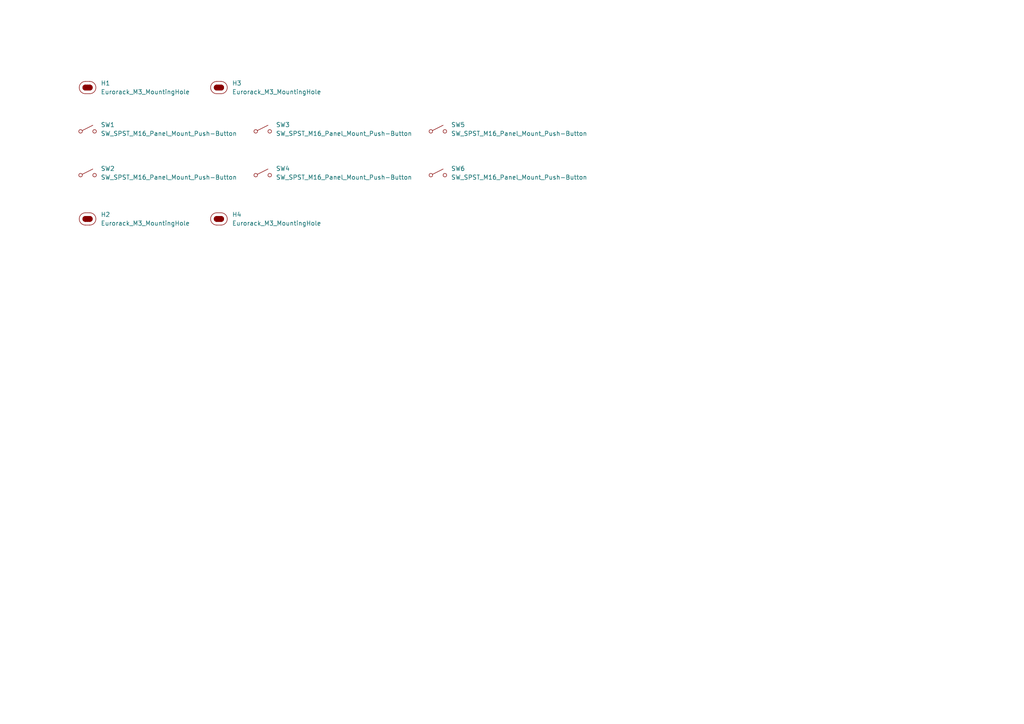
<source format=kicad_sch>
(kicad_sch (version 20250114) (generator "eeschema") (generator_version "9.0")
  (paper "A4")
  (lib_symbols
    (symbol "EXC:Eurorack_M3_MountingHole" (pin_names (offset 1.016))
      (property "Reference" "H" (at 0 5.08 0))
      (property "Value" "Eurorack_M3_MountingHole" (at 0 3.175 0))
      (symbol "Eurorack_M3_MountingHole_0_1"
        (polyline (pts (xy -0.635 0.762) (xy 0.635 0.762)))
        (circle (center -0.635 0) (radius 0.762) (fill (type outline)))
        (arc (start -0.635 -0.762) (mid -1.397 0) (end -0.635 0.762))
        (arc (start -0.635 -1.778) (mid -2.413 0) (end -0.635 1.778))
        (polyline (pts (xy -0.635 -0.762) (xy 0.635 -0.762)))
        (polyline (pts (xy -0.635 -1.778) (xy 0.635 -1.778)))
        (circle (center 0 0) (radius 0.762) (fill (type outline)))
        (polyline (pts (xy 0.635 1.778) (xy -0.635 1.778)))
        (arc (start 0.6141 1.778) (mid 2.4131 0) (end 0.6141 -1.778))
        (arc (start 0.6227 0.762) (mid 1.3971 0) (end 0.6227 -0.762))
        (circle (center 0.635 0) (radius 0.762) (fill (type outline)))
      )
    )
    (symbol "EXC:SW_SPST-M16_Panel_Mount_Push-Button" (pin_names (offset 0) (hide yes))
      (property "Reference" "SW" (at 0 3.175 0))
      (property "Value" "SW_SPST_M16_Panel_Mount_Push-Button" (at 0 -2.032 0))
      (symbol "SW_SPST-M16_Panel_Mount_Push-Button_0_0"
        (circle (center -2.032 0) (radius 0.508))
        (polyline (pts (xy -1.524 0.254) (xy 1.524 1.778)))
        (circle (center 2.032 0) (radius 0.508))
      )
    )
  )
  (symbol (lib_id "EXC:Eurorack_M3_MountingHole") (at 25.4 63.5 0) (unit 1)
    (property "Reference" "H2" (at 29.21 62.2299 0) (effects (justify left)))
    (property "Value" "Eurorack_M3_MountingHole" (at 29.21 64.7699 0) (effects (justify left)))
    (property "Footprint" "EXC:MountingHole_3.2mm_M3" (effects (hide yes)))
    (property "Description" "Mounting Hole without connection" (effects (hide yes)))
  )
  (symbol (lib_id "EXC:SW_SPST-M16_Panel_Mount_Push-Button") (at 76.2 50.8 0) (unit 1)
    (property "Reference" "SW4" (at 80.01 48.8949 0) (effects (justify left)))
    (property "Value" "SW_SPST_M16_Panel_Mount_Push-Button" (at 80.01 51.4349 0) (effects (justify left)))
    (property "Footprint" "EXC:SW_SPST_M16_Panel_Mount_Push-Button" (effects (hide yes)))
    (property "Datasheet" "https://ae01.alicdn.com/kf/Hb7108e41e3624ebcb499960f1397143a2.jpg" (effects (hide yes)))
    (property "Description" "Single Pole Single-Throw (SPST) M16 panel-mount Push-Button switch" (effects (hide yes)))
    (property "Source" "https://www.aliexpress.com/item/4000830670631.html" (effects (hide yes)))
  )
  (symbol (lib_id "EXC:Eurorack_M3_MountingHole") (at 63.5 25.4 0) (unit 1)
    (property "Reference" "H3" (at 67.31 24.1299 0) (effects (justify left)))
    (property "Value" "Eurorack_M3_MountingHole" (at 67.31 26.6699 0) (effects (justify left)))
    (property "Footprint" "EXC:MountingHole_3.2mm_M3" (effects (hide yes)))
    (property "Description" "Mounting Hole without connection" (effects (hide yes)))
  )
  (symbol (lib_id "EXC:SW_SPST-M16_Panel_Mount_Push-Button") (at 25.4 50.8 0) (unit 1)
    (property "Reference" "SW2" (at 29.21 48.8949 0) (effects (justify left)))
    (property "Value" "SW_SPST_M16_Panel_Mount_Push-Button" (at 29.21 51.4349 0) (effects (justify left)))
    (property "Footprint" "EXC:SW_SPST_M16_Panel_Mount_Push-Button" (effects (hide yes)))
    (property "Datasheet" "https://ae01.alicdn.com/kf/Hb7108e41e3624ebcb499960f1397143a2.jpg" (effects (hide yes)))
    (property "Description" "Single Pole Single-Throw (SPST) M16 panel-mount Push-Button switch" (effects (hide yes)))
    (property "Source" "https://www.aliexpress.com/item/4000830670631.html" (effects (hide yes)))
  )
  (symbol (lib_id "EXC:SW_SPST-M16_Panel_Mount_Push-Button") (at 127 38.1 0) (unit 1)
    (property "Reference" "SW5" (at 130.81 36.1949 0) (effects (justify left)))
    (property "Value" "SW_SPST_M16_Panel_Mount_Push-Button" (at 130.81 38.7349 0) (effects (justify left)))
    (property "Footprint" "EXC:SW_SPST_M16_Panel_Mount_Push-Button" (effects (hide yes)))
    (property "Datasheet" "https://ae01.alicdn.com/kf/Hb7108e41e3624ebcb499960f1397143a2.jpg" (effects (hide yes)))
    (property "Description" "Single Pole Single-Throw (SPST) M16 panel-mount Push-Button switch" (effects (hide yes)))
    (property "Source" "https://www.aliexpress.com/item/4000830670631.html" (effects (hide yes)))
  )
  (symbol (lib_id "EXC:SW_SPST-M16_Panel_Mount_Push-Button") (at 76.2 38.1 0) (unit 1)
    (property "Reference" "SW3" (at 80.01 36.1949 0) (effects (justify left)))
    (property "Value" "SW_SPST_M16_Panel_Mount_Push-Button" (at 80.01 38.7349 0) (effects (justify left)))
    (property "Footprint" "EXC:SW_SPST_M16_Panel_Mount_Push-Button" (effects (hide yes)))
    (property "Datasheet" "https://ae01.alicdn.com/kf/Hb7108e41e3624ebcb499960f1397143a2.jpg" (effects (hide yes)))
    (property "Description" "Single Pole Single-Throw (SPST) M16 panel-mount Push-Button switch" (effects (hide yes)))
    (property "Source" "https://www.aliexpress.com/item/4000830670631.html" (effects (hide yes)))
  )
  (symbol (lib_id "EXC:SW_SPST-M16_Panel_Mount_Push-Button") (at 127 50.8 0) (unit 1)
    (property "Reference" "SW6" (at 130.81 48.8949 0) (effects (justify left)))
    (property "Value" "SW_SPST_M16_Panel_Mount_Push-Button" (at 130.81 51.4349 0) (effects (justify left)))
    (property "Footprint" "EXC:SW_SPST_M16_Panel_Mount_Push-Button" (effects (hide yes)))
    (property "Datasheet" "https://ae01.alicdn.com/kf/Hb7108e41e3624ebcb499960f1397143a2.jpg" (effects (hide yes)))
    (property "Description" "Single Pole Single-Throw (SPST) M16 panel-mount Push-Button switch" (effects (hide yes)))
    (property "Source" "https://www.aliexpress.com/item/4000830670631.html" (effects (hide yes)))
  )
  (symbol (lib_id "EXC:Eurorack_M3_MountingHole") (at 25.4 25.4 0) (unit 1)
    (property "Reference" "H1" (at 29.21 24.1299 0) (effects (justify left)))
    (property "Value" "Eurorack_M3_MountingHole" (at 29.21 26.6699 0) (effects (justify left)))
    (property "Footprint" "EXC:MountingHole_3.2mm_M3" (effects (hide yes)))
    (property "Description" "Mounting Hole without connection" (effects (hide yes)))
  )
  (symbol (lib_id "EXC:Eurorack_M3_MountingHole") (at 63.5 63.5 0) (unit 1)
    (property "Reference" "H4" (at 67.31 62.2299 0) (effects (justify left)))
    (property "Value" "Eurorack_M3_MountingHole" (at 67.31 64.7699 0) (effects (justify left)))
    (property "Footprint" "EXC:MountingHole_3.2mm_M3" (effects (hide yes)))
    (property "Description" "Mounting Hole without connection" (effects (hide yes)))
  )
  (symbol (lib_id "EXC:SW_SPST-M16_Panel_Mount_Push-Button") (at 25.4 38.1 0) (unit 1)
    (property "Reference" "SW1" (at 29.21 36.1949 0) (effects (justify left)))
    (property "Value" "SW_SPST_M16_Panel_Mount_Push-Button" (at 29.21 38.7349 0) (effects (justify left)))
    (property "Footprint" "EXC:SW_SPST_M16_Panel_Mount_Push-Button" (effects (hide yes)))
    (property "Datasheet" "https://ae01.alicdn.com/kf/Hb7108e41e3624ebcb499960f1397143a2.jpg" (effects (hide yes)))
    (property "Description" "Single Pole Single-Throw (SPST) M16 panel-mount Push-Button switch" (effects (hide yes)))
    (property "Source" "https://www.aliexpress.com/item/4000830670631.html" (effects (hide yes)))
  )
)
</source>
